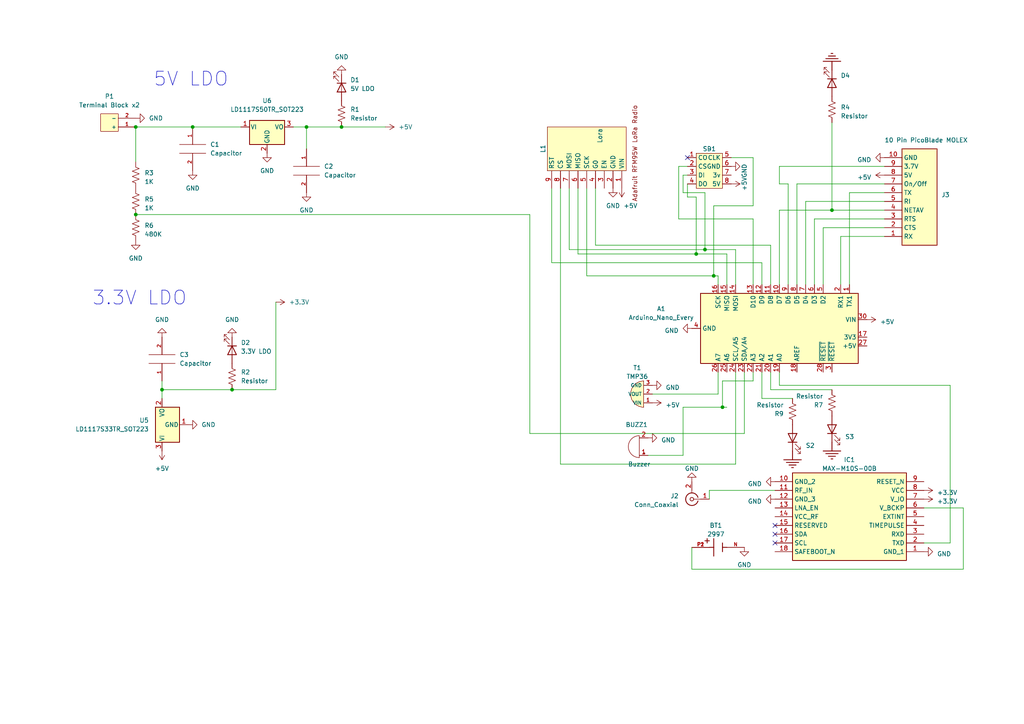
<source format=kicad_sch>
(kicad_sch (version 20230121) (generator eeschema)
  (paper "A4")
  (lib_symbols
    (symbol "+3.3V_1" (power) (pin_names (offset 0))
      (property "Value" "+3.3V_1" (at 0 3.556 0))
      (symbol "+3.3V_1_0_1"
        (polyline (pts (xy -0.762 1.27) (xy 0 2.54)))
        (polyline (pts (xy 0 0) (xy 0 2.54)))
        (polyline (pts (xy 0 2.54) (xy 0.762 1.27)))
      )
      (symbol "+3.3V_1_1_1"
        (pin power_in line (at 0 0 90) (length 0) hide (name "+3.3V") (number "1"))
      )
    )
    (symbol "+3.3V_2" (power) (pin_names (offset 0))
      (property "Value" "+3.3V_2" (at 0 3.556 0))
      (symbol "+3.3V_2_0_1"
        (polyline (pts (xy -0.762 1.27) (xy 0 2.54)))
        (polyline (pts (xy 0 0) (xy 0 2.54)))
        (polyline (pts (xy 0 2.54) (xy 0.762 1.27)))
      )
      (symbol "+3.3V_2_1_1"
        (pin power_in line (at 0 0 90) (length 0) hide (name "+3.3V") (number "1"))
      )
    )
    (symbol "+5V_1" (power) (pin_names (offset 0))
      (property "Value" "+5V_1" (at 0 3.556 0))
      (symbol "+5V_1_0_1"
        (polyline (pts (xy -0.762 1.27) (xy 0 2.54)))
        (polyline (pts (xy 0 0) (xy 0 2.54)))
        (polyline (pts (xy 0 2.54) (xy 0.762 1.27)))
      )
      (symbol "+5V_1_1_1"
        (pin power_in line (at 0 0 90) (length 0) hide (name "+5V") (number "1"))
      )
    )
    (symbol "+5V_2" (power) (pin_names (offset 0))
      (property "Value" "+5V_2" (at 0 3.556 0))
      (symbol "+5V_2_0_1"
        (polyline (pts (xy -0.762 1.27) (xy 0 2.54)))
        (polyline (pts (xy 0 0) (xy 0 2.54)))
        (polyline (pts (xy 0 2.54) (xy 0.762 1.27)))
      )
      (symbol "+5V_2_1_1"
        (pin power_in line (at 0 0 90) (length 0) hide (name "+5V") (number "1"))
      )
    )
    (symbol "+5V_3" (power) (pin_names (offset 0))
      (property "Value" "+5V_3" (at 0 3.556 0))
      (symbol "+5V_3_0_1"
        (polyline (pts (xy -0.762 1.27) (xy 0 2.54)))
        (polyline (pts (xy 0 0) (xy 0 2.54)))
        (polyline (pts (xy 0 2.54) (xy 0.762 1.27)))
      )
      (symbol "+5V_3_1_1"
        (pin power_in line (at 0 0 90) (length 0) hide (name "+5V") (number "1"))
      )
    )
    (symbol "+5V_4" (power) (pin_names (offset 0))
      (property "Value" "+5V_4" (at 0 3.556 0))
      (symbol "+5V_4_0_1"
        (polyline (pts (xy -0.762 1.27) (xy 0 2.54)))
        (polyline (pts (xy 0 0) (xy 0 2.54)))
        (polyline (pts (xy 0 2.54) (xy 0.762 1.27)))
      )
      (symbol "+5V_4_1_1"
        (pin power_in line (at 0 0 90) (length 0) hide (name "+5V") (number "1"))
      )
    )
    (symbol "+5V_5" (power) (pin_names (offset 0))
      (property "Value" "+5V_5" (at 0 3.556 0))
      (symbol "+5V_5_0_1"
        (polyline (pts (xy -0.762 1.27) (xy 0 2.54)))
        (polyline (pts (xy 0 0) (xy 0 2.54)))
        (polyline (pts (xy 0 2.54) (xy 0.762 1.27)))
      )
      (symbol "+5V_5_1_1"
        (pin power_in line (at 0 0 90) (length 0) hide (name "+5V") (number "1"))
      )
    )
    (symbol "53048-1010:53048-1010"
      (property "Reference" "J2" (at 9.525 3.81 90))
      (property "Value" "53048-1010" (at 12.065 3.81 90))
      (symbol "53048-1010_1_1"
        (rectangle (start 5.08 2.54) (end 15.24 -25.4) (stroke (width 0.254)) (fill (type background)))
        (pin output line (at 0 -22.86 0) (length 5.08) (name "RX") (number "1"))
        (pin passive line (at 0 0 0) (length 5.08) (name "GND") (number "10"))
        (pin passive line (at 0 -20.32 0) (length 5.08) (name "CTS") (number "2"))
        (pin passive line (at 0 -17.78 0) (length 5.08) (name "RTS") (number "3"))
        (pin passive line (at 0 -15.24 0) (length 5.08) (name "NETAV") (number "4"))
        (pin passive line (at 0 -12.7 0) (length 5.08) (name "RI") (number "5"))
        (pin passive line (at 0 -10.16 0) (length 5.08) (name "TX") (number "6"))
        (pin passive line (at 0 -7.62 0) (length 5.08) (name "On/Off") (number "7"))
        (pin input line (at 0 -5.08 0) (length 5.08) (name "5V") (number "8"))
        (pin passive line (at 0 -2.54 0) (length 5.08) (name "3.7V") (number "9"))
      )
    )
    (symbol "Balloon Tracker PCB-altium-import:GND" (power)
      (property "Reference" "#PWR" (at 0 0 0))
      (property "Value" "GND" (at 0 6.35 0))
      (symbol "GND_0_0"
        (polyline (pts (xy -2.54 -2.54) (xy 2.54 -2.54)) (stroke (width 0.254)))
        (polyline (pts (xy -1.778 -3.302) (xy 1.778 -3.302)) (stroke (width 0.254)))
        (polyline (pts (xy -1.016 -4.064) (xy 1.016 -4.064)) (stroke (width 0.254)))
        (polyline (pts (xy -0.254 -4.826) (xy 0.254 -4.826)) (stroke (width 0.254)))
        (polyline (pts (xy 0 0) (xy 0 -2.54)) (stroke (width 0.254)))
        (pin power_in line (at 0 0 0) (length 0) hide (name "GND") (number ""))
      )
    )
    (symbol "Connector:Conn_Coaxial" (pin_names (offset 1.016) hide)
      (property "Reference" "J" (at 0.254 3.048 0))
      (property "Value" "Conn_Coaxial" (at 2.921 0 90))
      (symbol "Conn_Coaxial_0_1"
        (arc (start -1.778 -0.508) (mid 0.2311 -1.8066) (end 1.778 0) (stroke (width 0.254)))
        (polyline (pts (xy -2.54 0) (xy -0.508 0)))
        (polyline (pts (xy 0 -2.54) (xy 0 -1.778)))
        (circle (center 0 0) (radius 0.508) (stroke (width 0.2032)))
        (arc (start 1.778 0) (mid 0.2099 1.8101) (end -1.778 0.508) (stroke (width 0.254)))
      )
      (symbol "Conn_Coaxial_1_1"
        (pin passive line (at -5.08 0 0) (length 2.54) (name "In") (number "1"))
        (pin passive line (at 0 -5.08 90) (length 2.54) (name "Ext") (number "2"))
      )
    )
    (symbol "Device:Buzzer" (pin_names (offset 0.0254) hide)
      (property "Reference" "BZ" (at 3.81 1.27 0))
      (property "Value" "Buzzer" (at 3.81 -1.27 0))
      (symbol "Buzzer_0_1"
        (arc (start 0 -3.175) (mid 3.1612 0) (end 0 3.175))
        (polyline (pts (xy -1.651 1.905) (xy -1.143 1.905)))
        (polyline (pts (xy -1.397 2.159) (xy -1.397 1.651)))
        (polyline (pts (xy 0 3.175) (xy 0 -3.175)))
      )
      (symbol "Buzzer_1_1"
        (pin passive line (at -2.54 2.54 0) (length 2.54) (name "-") (number "1"))
        (pin passive line (at -2.54 -2.54 0) (length 2.54) (name "+") (number "2"))
      )
    )
    (symbol "Device:LED" (pin_numbers hide) (pin_names (offset 1.016) hide)
      (property "Reference" "D" (at 0 2.54 0))
      (property "Value" "LED" (at 0 -2.54 0))
      (symbol "LED_0_1"
        (polyline (pts (xy -1.27 -1.27) (xy -1.27 1.27)) (stroke (width 0.254)))
        (polyline (pts (xy -1.27 0) (xy 1.27 0)))
        (polyline (pts (xy 1.27 -1.27) (xy 1.27 1.27) (xy -1.27 0) (xy 1.27 -1.27)) (stroke (width 0.254)))
        (polyline (pts (xy -3.048 -0.762) (xy -4.572 -2.286) (xy -3.81 -2.286) (xy -4.572 -2.286) (xy -4.572 -1.524)))
        (polyline (pts (xy -1.778 -0.762) (xy -3.302 -2.286) (xy -2.54 -2.286) (xy -3.302 -2.286) (xy -3.302 -1.524)))
      )
      (symbol "LED_1_1"
        (pin passive line (at -3.81 0 0) (length 2.54) (name "K") (number "1"))
        (pin passive line (at 3.81 0 180) (length 2.54) (name "A") (number "2"))
      )
    )
    (symbol "GND_1" (power) (pin_names (offset 0))
      (property "Value" "GND_1" (at 0 -3.81 0))
      (symbol "GND_1_0_1"
        (polyline (pts (xy 0 0) (xy 0 -1.27) (xy 1.27 -1.27) (xy 0 -2.54) (xy -1.27 -1.27) (xy 0 -1.27)))
      )
      (symbol "GND_1_1_1"
        (pin power_in line (at 0 0 270) (length 0) hide (name "GND") (number "1"))
      )
    )
    (symbol "GND_2" (power) (pin_names (offset 0))
      (property "Value" "GND_2" (at 0 -3.81 0))
      (symbol "GND_2_0_1"
        (polyline (pts (xy 0 0) (xy 0 -1.27) (xy 1.27 -1.27) (xy 0 -2.54) (xy -1.27 -1.27) (xy 0 -1.27)))
      )
      (symbol "GND_2_1_1"
        (pin power_in line (at 0 0 270) (length 0) hide (name "GND") (number "1"))
      )
    )
    (symbol "GND_3" (power) (pin_names (offset 0))
      (property "Value" "GND_3" (at 0 -3.81 0))
      (symbol "GND_3_0_1"
        (polyline (pts (xy 0 0) (xy 0 -1.27) (xy 1.27 -1.27) (xy 0 -2.54) (xy -1.27 -1.27) (xy 0 -1.27)))
      )
      (symbol "GND_3_1_1"
        (pin power_in line (at 0 0 270) (length 0) hide (name "GND") (number "1"))
      )
    )
    (symbol "GND_4" (power) (pin_names (offset 0))
      (property "Value" "GND_4" (at 0 -3.81 0))
      (symbol "GND_4_0_1"
        (polyline (pts (xy 0 0) (xy 0 -1.27) (xy 1.27 -1.27) (xy 0 -2.54) (xy -1.27 -1.27) (xy 0 -1.27)))
      )
      (symbol "GND_4_1_1"
        (pin power_in line (at 0 0 270) (length 0) hide (name "GND") (number "1"))
      )
    )
    (symbol "GND_5" (power) (pin_names (offset 0))
      (property "Value" "GND_5" (at 0 -3.81 0))
      (symbol "GND_5_0_1"
        (polyline (pts (xy 0 0) (xy 0 -1.27) (xy 1.27 -1.27) (xy 0 -2.54) (xy -1.27 -1.27) (xy 0 -1.27)))
      )
      (symbol "GND_5_1_1"
        (pin power_in line (at 0 0 270) (length 0) hide (name "GND") (number "1"))
      )
    )
    (symbol "GND_6" (power) (pin_names (offset 0))
      (property "Value" "GND_6" (at 0 -3.81 0))
      (symbol "GND_6_0_1"
        (polyline (pts (xy 0 0) (xy 0 -1.27) (xy 1.27 -1.27) (xy 0 -2.54) (xy -1.27 -1.27) (xy 0 -1.27)))
      )
      (symbol "GND_6_1_1"
        (pin power_in line (at 0 0 270) (length 0) hide (name "GND") (number "1"))
      )
    )
    (symbol "GND_7" (power) (pin_names (offset 0))
      (property "Value" "GND_7" (at 0 -3.81 0))
      (symbol "GND_7_0_1"
        (polyline (pts (xy 0 0) (xy 0 -1.27) (xy 1.27 -1.27) (xy 0 -2.54) (xy -1.27 -1.27) (xy 0 -1.27)))
      )
      (symbol "GND_7_1_1"
        (pin power_in line (at 0 0 270) (length 0) hide (name "GND") (number "1"))
      )
    )
    (symbol "GND_8" (power) (pin_names (offset 0))
      (property "Value" "GND_8" (at 0 -3.81 0))
      (symbol "GND_8_0_1"
        (polyline (pts (xy 0 0) (xy 0 -1.27) (xy 1.27 -1.27) (xy 0 -2.54) (xy -1.27 -1.27) (xy 0 -1.27)))
      )
      (symbol "GND_8_1_1"
        (pin power_in line (at 0 0 270) (length 0) hide (name "GND") (number "1"))
      )
    )
    (symbol "MCU_Module:Arduino_Nano_Every"
      (property "Reference" "A" (at -10.16 23.495 0))
      (property "Value" "Arduino_Nano_Every" (at 5.08 -24.13 0))
      (symbol "Arduino_Nano_Every_0_1"
        (rectangle (start -10.16 22.86) (end 10.16 -22.86) (stroke (width 0.254)) (fill (type background)))
      )
      (symbol "Arduino_Nano_Every_1_1"
        (pin bidirectional line (at -12.7 20.32 0) (length 2.54) (name "TX1") (number "1"))
        (pin bidirectional line (at -12.7 0 0) (length 2.54) (name "D7") (number "10"))
        (pin bidirectional line (at -12.7 -2.54 0) (length 2.54) (name "D8") (number "11"))
        (pin bidirectional line (at -12.7 -5.08 0) (length 2.54) (name "D9") (number "12"))
        (pin bidirectional line (at -12.7 -7.62 0) (length 2.54) (name "D10") (number "13"))
        (pin bidirectional line (at -12.7 -12.7 0) (length 2.54) (name "MOSI") (number "14"))
        (pin bidirectional line (at -12.7 -15.24 0) (length 2.54) (name "MISO") (number "15"))
        (pin bidirectional line (at -12.7 -17.78 0) (length 2.54) (name "SCK") (number "16"))
        (pin power_out line (at 2.54 25.4 270) (length 2.54) (name "3V3") (number "17"))
        (pin input line (at 12.7 5.08 180) (length 2.54) (name "AREF") (number "18"))
        (pin bidirectional line (at 12.7 0 180) (length 2.54) (name "A0") (number "19"))
        (pin bidirectional line (at -12.7 17.78 0) (length 2.54) (name "RX1") (number "2"))
        (pin bidirectional line (at 12.7 -2.54 180) (length 2.54) (name "A1") (number "20"))
        (pin bidirectional line (at 12.7 -5.08 180) (length 2.54) (name "A2") (number "21"))
        (pin bidirectional line (at 12.7 -7.62 180) (length 2.54) (name "A3") (number "22"))
        (pin bidirectional line (at 12.7 -10.16 180) (length 2.54) (name "SDA/A4") (number "23"))
        (pin bidirectional line (at 12.7 -12.7 180) (length 2.54) (name "SCL/A5") (number "24"))
        (pin bidirectional line (at 12.7 -15.24 180) (length 2.54) (name "A6") (number "25"))
        (pin bidirectional line (at 12.7 -17.78 180) (length 2.54) (name "A7") (number "26"))
        (pin power_out line (at 5.08 25.4 270) (length 2.54) (name "+5V") (number "27"))
        (pin input line (at 12.7 12.7 180) (length 2.54) (name "~{RESET}") (number "28"))
        (pin passive line (at 0 -25.4 90) (length 2.54) hide (name "GND") (number "29"))
        (pin input line (at 12.7 15.24 180) (length 2.54) (name "~{RESET}") (number "3"))
        (pin power_in line (at -2.54 25.4 270) (length 2.54) (name "VIN") (number "30"))
        (pin power_in line (at 0 -25.4 90) (length 2.54) (name "GND") (number "4"))
        (pin bidirectional line (at -12.7 12.7 0) (length 2.54) (name "D2") (number "5"))
        (pin bidirectional line (at -12.7 10.16 0) (length 2.54) (name "D3") (number "6"))
        (pin bidirectional line (at -12.7 7.62 0) (length 2.54) (name "D4") (number "7"))
        (pin bidirectional line (at -12.7 5.08 0) (length 2.54) (name "D5") (number "8"))
        (pin bidirectional line (at -12.7 2.54 0) (length 2.54) (name "D6") (number "9"))
      )
    )
    (symbol "Regulator_Linear:LD1117S33TR_SOT223" (pin_names (offset 0.254))
      (property "Reference" "U" (at -3.81 3.175 0))
      (property "Value" "LD1117S33TR_SOT223" (at 0 3.175 0))
      (symbol "LD1117S33TR_SOT223_0_1"
        (rectangle (start -5.08 -5.08) (end 5.08 1.905) (stroke (width 0.254)) (fill (type background)))
      )
      (symbol "LD1117S33TR_SOT223_1_1"
        (pin power_in line (at 0 -7.62 90) (length 2.54) (name "GND") (number "1"))
        (pin power_out line (at 7.62 0 180) (length 2.54) (name "VO") (number "2"))
        (pin power_in line (at -7.62 0 0) (length 2.54) (name "VI") (number "3"))
      )
    )
    (symbol "Regulator_Linear:LD1117S50TR_SOT223" (pin_names (offset 0.254))
      (property "Reference" "U6" (at 0 7.62 0))
      (property "Value" "LD1117S50TR_SOT223" (at 0 5.08 0))
      (symbol "LD1117S50TR_SOT223_0_1"
        (rectangle (start -5.08 -5.08) (end 5.08 1.905) (stroke (width 0.254)) (fill (type background)))
      )
      (symbol "LD1117S50TR_SOT223_1_1"
        (pin power_in line (at -7.62 0 0) (length 2.54) (name "VI") (number "1"))
        (pin power_in line (at 0 -7.62 90) (length 2.54) (name "GND") (number "2"))
        (pin power_out line (at 7.62 0 180) (length 2.54) (name "VO") (number "3"))
      )
    )
    (symbol "Trackuino:2997" (pin_names (offset 1.016))
      (property "Reference" "BT" (at -6.35 3.81 0))
      (property "Value" "2997" (at -3.81 -5.08 0))
      (symbol "2997_0_0"
        (polyline (pts (xy -3.81 1.905) (xy -2.54 1.905)) (stroke (width 0.254)))
        (polyline (pts (xy -3.175 2.54) (xy -3.175 1.27)) (stroke (width 0.254)))
        (polyline (pts (xy -1.27 0) (xy -2.54 0)) (stroke (width 0.254)))
        (polyline (pts (xy -1.27 0) (xy -1.27 -2.54)) (stroke (width 0.254)))
        (polyline (pts (xy -1.27 2.54) (xy -1.27 0)) (stroke (width 0.254)))
        (polyline (pts (xy 1.27 0) (xy 1.27 -1.27)) (stroke (width 0.254)))
        (polyline (pts (xy 1.27 0) (xy 2.54 0)) (stroke (width 0.254)))
        (polyline (pts (xy 1.27 1.27) (xy 1.27 0)) (stroke (width 0.254)))
        (pin passive line (at 7.62 0 180) (length 5.08) (name "~") (number "N"))
        (pin passive line (at -7.62 0 0) (length 5.08) (name "~") (number "P1"))
        (pin passive line (at -7.62 0 0) (length 5.08) (name "~") (number "P2"))
      )
    )
    (symbol "Trackuino:Capacitor" (pin_names (offset 0.254))
      (property "Reference" "C?" (at 5.08 1.2701 0))
      (property "Value" "Capacitor" (at 5.08 -1.2699 0))
      (symbol "Capacitor_0_1"
        (polyline (pts (xy -3.81 -1.27) (xy 3.81 -1.27)))
        (polyline (pts (xy -3.81 1.27) (xy 3.81 1.27)))
      )
      (symbol "Capacitor_1_1"
        (pin power_in line (at 0 6.35 270) (length 5.08) (name "~") (number "1"))
        (pin power_out line (at 0 -6.35 90) (length 5.08) (name "~") (number "2"))
      )
    )
    (symbol "Trackuino:LED" (pin_numbers hide) (pin_names (offset 1.016) hide)
      (property "Reference" "D?" (at -1.5875 6.35 0))
      (property "Value" "LED" (at -1.5875 3.81 0))
      (symbol "LED_0_1"
        (polyline (pts (xy -1.27 -1.27) (xy -1.27 1.27)) (stroke (width 0.254)))
        (polyline (pts (xy -1.27 0) (xy 1.27 0)))
        (polyline (pts (xy 1.27 -1.27) (xy 1.27 1.27) (xy -1.27 0) (xy 1.27 -1.27)) (stroke (width 0.254)))
        (polyline (pts (xy -3.048 -0.762) (xy -4.572 -2.286) (xy -3.81 -2.286) (xy -4.572 -2.286) (xy -4.572 -1.524)))
        (polyline (pts (xy -1.778 -0.762) (xy -3.302 -2.286) (xy -2.54 -2.286) (xy -3.302 -2.286) (xy -3.302 -1.524)))
      )
      (symbol "LED_1_1"
        (pin passive line (at -3.81 0 0) (length 2.54) (name "K") (number "1"))
        (pin passive line (at 3.81 0 180) (length 2.54) (name "A") (number "2"))
      )
    )
    (symbol "Trackuino:LoRa"
      (property "Reference" "L1" (at -2.54 -17.78 0))
      (property "Value" "Lora" (at -5.08 -1.27 0))
      (symbol "LoRa_1_1"
        (rectangle (start -7.62 6.35) (end 5.08 -16.51) (fill (type background)))
        (text "Adafruit RFM95W LoRa Radio" (at 0 8.89 0) (effects (font (size 1.27 1.27))))
        (pin power_in line (at 10.16 5.08 180) (length 5.08) (name "VIN") (number "1"))
        (pin passive line (at 10.16 2.54 180) (length 5.08) (name "GND") (number "2"))
        (pin input line (at 10.16 0 180) (length 5.08) (name "EN") (number "3"))
        (pin passive line (at 10.16 -2.54 180) (length 5.08) (name "G0") (number "4"))
        (pin input line (at 10.16 -5.08 180) (length 5.08) (name "SCK") (number "5"))
        (pin input line (at 10.16 -7.62 180) (length 5.08) (name "MISO") (number "6"))
        (pin input line (at 10.16 -10.16 180) (length 5.08) (name "MOSI") (number "7"))
        (pin input line (at 10.16 -12.7 180) (length 5.08) (name "CS") (number "8"))
        (pin input line (at 10.16 -15.24 180) (length 5.08) (name "RST") (number "9"))
      )
    )
    (symbol "Trackuino:MAX-M10S-00B"
      (property "Reference" "IC" (at 39.37 7.62 0))
      (property "Value" "MAX-M10S-00B" (at 39.37 5.08 0))
      (symbol "MAX-M10S-00B_1_1"
        (rectangle (start 5.08 2.54) (end 38.1 -22.86) (stroke (width 0.254)) (fill (type background)))
        (pin passive line (at 43.18 -20.32 180) (length 5.08) (name "GND_1") (number "1"))
        (pin passive line (at 0 0 0) (length 5.08) (name "GND_2") (number "10"))
        (pin passive line (at 0 -2.54 0) (length 5.08) (name "RF_IN") (number "11"))
        (pin passive line (at 0 -5.08 0) (length 5.08) (name "GND_3") (number "12"))
        (pin passive line (at 0 -7.62 0) (length 5.08) (name "LNA_EN") (number "13"))
        (pin passive line (at 0 -10.16 0) (length 5.08) (name "VCC_RF") (number "14"))
        (pin passive line (at 0 -12.7 0) (length 5.08) (name "RESERVED") (number "15"))
        (pin passive line (at 0 -15.24 0) (length 5.08) (name "SDA") (number "16"))
        (pin passive line (at 0 -17.78 0) (length 5.08) (name "SCL") (number "17"))
        (pin passive line (at 0 -20.32 0) (length 5.08) (name "SAFEBOOT_N") (number "18"))
        (pin passive line (at 43.18 -17.78 180) (length 5.08) (name "TXD") (number "2"))
        (pin passive line (at 43.18 -15.24 180) (length 5.08) (name "RXD") (number "3"))
        (pin passive line (at 43.18 -12.7 180) (length 5.08) (name "TIMEPULSE") (number "4"))
        (pin passive line (at 43.18 -10.16 180) (length 5.08) (name "EXTINT") (number "5"))
        (pin passive line (at 43.18 -7.62 180) (length 5.08) (name "V_BCKP") (number "6"))
        (pin passive line (at 43.18 -5.08 180) (length 5.08) (name "V_IO") (number "7"))
        (pin passive line (at 43.18 -2.54 180) (length 5.08) (name "VCC") (number "8"))
        (pin passive line (at 43.18 0 180) (length 5.08) (name "RESET_N") (number "9"))
      )
    )
    (symbol "Trackuino:MicroSD_Breakout_Board+"
      (property "Reference" "SD" (at 0 0 0))
      (symbol "MicroSD_Breakout_Board+_1_1"
        (rectangle (start -3.81 -1.27) (end 3.81 -11.43) (fill (type background)))
        (pin input line (at -6.35 -2.54 0) (length 2.54) (name "CO") (number "1"))
        (pin input line (at -6.35 -5.08 0) (length 2.54) (name "CS") (number "2"))
        (pin input line (at -6.35 -7.62 0) (length 2.54) (name "DI") (number "3"))
        (pin input line (at -6.35 -10.16 0) (length 2.54) (name "DO") (number "4"))
        (pin input line (at 6.35 -2.54 180) (length 2.54) (name "CLK") (number "5"))
        (pin input line (at 6.35 -5.08 180) (length 2.54) (name "GND") (number "6"))
        (pin input line (at 6.35 -7.62 180) (length 2.54) (name "3v") (number "7"))
        (pin input line (at 6.35 -10.16 180) (length 2.54) (name "5V") (number "8"))
      )
    )
    (symbol "Trackuino:Resistor" (pin_numbers hide) (pin_names (offset 0))
      (property "Reference" "R?" (at 2.54 1.2701 0))
      (property "Value" "Resistor" (at 2.54 -1.2699 0))
      (symbol "Resistor_0_1"
        (polyline (pts (xy 0 -2.286) (xy 0 -2.54)))
        (polyline (pts (xy 0 2.286) (xy 0 2.54)))
        (polyline (pts (xy 0 -0.762) (xy 1.016 -1.143) (xy 0 -1.524) (xy -1.016 -1.905) (xy 0 -2.286)))
        (polyline (pts (xy 0 0.762) (xy 1.016 0.381) (xy 0 0) (xy -1.016 -0.381) (xy 0 -0.762)))
        (polyline (pts (xy 0 2.286) (xy 1.016 1.905) (xy 0 1.524) (xy -1.016 1.143) (xy 0 0.762)))
      )
      (symbol "Resistor_1_1"
        (pin passive line (at 0 3.81 270) (length 1.27) (name "~") (number "1"))
        (pin passive line (at 0 -3.81 90) (length 1.27) (name "~") (number "2"))
      )
    )
    (symbol "Trackuino:TMP36"
      (property "Reference" "U" (at 0 0 0))
      (property "Value" "TMP36" (at 0 2.54 0))
      (symbol "TMP36_0_1"
        (rectangle (start 3.81 -6.35) (end -3.81 -6.35))
        (arc (start 3.81 -6.35) (mid 0 -2.5787) (end -3.81 -6.35) (fill (type background)))
      )
      (symbol "TMP36_1_1"
        (pin power_in line (at -2.54 -8.89 90) (length 2.54) (name "VIN") (number "1"))
        (pin power_out line (at 0 -8.89 90) (length 2.54) (name "VOUT") (number "2"))
        (pin power_in line (at 2.54 -8.89 90) (length 2.54) (name "GND") (number "3"))
      )
    )
    (symbol "Trackuino:Terminal Block x2"
      (property "Reference" "P" (at 0 0 0))
      (property "Value" "Terminal Block x2" (at 0 2.54 0))
      (symbol "Terminal Block x2_0_1"
        (rectangle (start -2.54 -1.27) (end 2.54 -6.35) (fill (type background)))
      )
      (symbol "Terminal Block x2_1_1"
        (pin power_in line (at -1.27 -11.43 90) (length 5.08) (name "+") (number "1"))
        (pin power_in line (at 1.27 -11.43 90) (length 5.08) (name "-") (number "2"))
      )
    )
    (symbol "power:+3.3V" (power) (pin_names (offset 0))
      (property "Value" "+3.3V" (at 0 3.556 0))
      (symbol "+3.3V_0_1"
        (polyline (pts (xy -0.762 1.27) (xy 0 2.54)))
        (polyline (pts (xy 0 0) (xy 0 2.54)))
        (polyline (pts (xy 0 2.54) (xy 0.762 1.27)))
      )
      (symbol "+3.3V_1_1"
        (pin power_in line (at 0 0 90) (length 0) hide (name "+3.3V") (number "1"))
      )
    )
    (symbol "power:+5V" (power) (pin_names (offset 0))
      (property "Value" "+5V" (at 0 3.556 0))
      (symbol "+5V_0_1"
        (polyline (pts (xy -0.762 1.27) (xy 0 2.54)))
        (polyline (pts (xy 0 0) (xy 0 2.54)))
        (polyline (pts (xy 0 2.54) (xy 0.762 1.27)))
      )
      (symbol "+5V_1_1"
        (pin power_in line (at 0 0 90) (length 0) hide (name "+5V") (number "1"))
      )
    )
    (symbol "power:GND" (power) (pin_names (offset 0))
      (property "Value" "GND" (at 0 -3.81 0))
      (symbol "GND_0_1"
        (polyline (pts (xy 0 0) (xy 0 -1.27) (xy 1.27 -1.27) (xy 0 -2.54) (xy -1.27 -1.27) (xy 0 -1.27)))
      )
      (symbol "GND_1_1"
        (pin power_in line (at 0 0 270) (length 0) hide (name "GND") (number "1"))
      )
    )
  )
  (junction (at 209.55 118.11))
  (junction (at 67.31 113.03))
  (junction (at 204.47 72.39))
  (junction (at 207.01 80.01))
  (junction (at 99.06 36.83))
  (junction (at 241.3 60.96))
  (junction (at 201.93 73.66))
  (junction (at 46.99 113.03))
  (junction (at 39.37 62.23))
  (junction (at 88.9 36.83))
  (junction (at 39.37 36.83))
  (junction (at 55.88 36.83))
  (no_connect (at 224.79 157.48))
  (no_connect (at 224.79 152.4))
  (no_connect (at 199.39 45.72))
  (no_connect (at 224.79 154.94))
  (wire (pts (xy 200.66 158.75) (xy 200.66 165.1)))
  (wire (pts (xy 246.38 55.88) (xy 246.38 82.55)))
  (wire (pts (xy 39.37 62.23) (xy 153.67 62.23)))
  (wire (pts (xy 88.9 36.83) (xy 85.09 36.83)))
  (wire (pts (xy 208.28 80.01) (xy 208.28 82.55)))
  (wire (pts (xy 226.06 111.76) (xy 226.06 107.95)))
  (wire (pts (xy 275.59 111.76) (xy 226.06 111.76)))
  (wire (pts (xy 210.82 73.66) (xy 201.93 73.66)))
  (wire (pts (xy 167.64 73.66) (xy 201.93 73.66)))
  (wire (pts (xy 172.72 71.12) (xy 223.52 71.12)))
  (wire (pts (xy 210.82 82.55) (xy 210.82 73.66)))
  (wire (pts (xy 160.02 54.61) (xy 160.02 76.2)))
  (wire (pts (xy 204.47 55.88) (xy 204.47 72.39)))
  (wire (pts (xy 46.99 113.03) (xy 67.31 113.03)))
  (wire (pts (xy 231.14 53.34) (xy 231.14 82.55)))
  (wire (pts (xy 46.99 113.03) (xy 46.99 115.57)))
  (wire (pts (xy 226.06 82.55) (xy 226.06 60.96)))
  (wire (pts (xy 200.66 165.1) (xy 279.4 165.1)))
  (wire (pts (xy 205.74 142.24) (xy 224.79 142.24)))
  (wire (pts (xy 279.4 165.1) (xy 279.4 147.32)))
  (wire (pts (xy 153.67 125.73) (xy 215.9 125.73)))
  (wire (pts (xy 209.55 118.11) (xy 210.82 118.11)))
  (wire (pts (xy 198.12 118.11) (xy 198.12 132.08)))
  (wire (pts (xy 241.3 60.96) (xy 241.3 35.56)))
  (wire (pts (xy 39.37 36.83) (xy 55.88 36.83)))
  (wire (pts (xy 99.06 36.83) (xy 111.76 36.83)))
  (wire (pts (xy 199.39 57.15) (xy 199.39 53.34)))
  (wire (pts (xy 208.28 107.95) (xy 208.28 114.3)))
  (wire (pts (xy 88.9 36.83) (xy 88.9 43.18)))
  (wire (pts (xy 243.84 68.58) (xy 243.84 82.55)))
  (wire (pts (xy 256.54 60.96) (xy 241.3 60.96)))
  (wire (pts (xy 204.47 72.39) (xy 213.36 72.39)))
  (wire (pts (xy 213.36 134.62) (xy 213.36 107.95)))
  (wire (pts (xy 46.99 110.49) (xy 46.99 113.03)))
  (wire (pts (xy 218.44 59.69) (xy 218.44 45.72)))
  (wire (pts (xy 170.18 54.61) (xy 170.18 80.01)))
  (wire (pts (xy 246.38 55.88) (xy 256.54 55.88)))
  (wire (pts (xy 275.59 157.48) (xy 275.59 111.76)))
  (wire (pts (xy 170.18 80.01) (xy 207.01 80.01)))
  (wire (pts (xy 215.9 125.73) (xy 215.9 107.95)))
  (wire (pts (xy 220.98 115.57) (xy 220.98 107.95)))
  (wire (pts (xy 218.44 107.95) (xy 218.44 110.49)))
  (wire (pts (xy 236.22 63.5) (xy 236.22 82.55)))
  (wire (pts (xy 204.47 55.88) (xy 198.12 55.88)))
  (wire (pts (xy 55.88 36.83) (xy 69.85 36.83)))
  (wire (pts (xy 167.64 54.61) (xy 167.64 73.66)))
  (wire (pts (xy 226.06 60.96) (xy 241.3 60.96)))
  (wire (pts (xy 226.06 48.26) (xy 256.54 48.26)))
  (wire (pts (xy 196.85 48.26) (xy 199.39 48.26)))
  (wire (pts (xy 228.6 53.34) (xy 228.6 82.55)))
  (wire (pts (xy 198.12 55.88) (xy 198.12 50.8)))
  (wire (pts (xy 238.76 66.04) (xy 238.76 82.55)))
  (wire (pts (xy 198.12 50.8) (xy 199.39 50.8)))
  (wire (pts (xy 67.31 113.03) (xy 80.01 113.03)))
  (wire (pts (xy 88.9 36.83) (xy 99.06 36.83)))
  (wire (pts (xy 196.85 63.5) (xy 196.85 48.26)))
  (wire (pts (xy 172.72 54.61) (xy 172.72 71.12)))
  (wire (pts (xy 165.1 72.39) (xy 204.47 72.39)))
  (wire (pts (xy 233.68 58.42) (xy 233.68 82.55)))
  (wire (pts (xy 196.85 63.5) (xy 218.44 63.5)))
  (wire (pts (xy 162.56 54.61) (xy 162.56 134.62)))
  (wire (pts (xy 80.01 113.03) (xy 80.01 87.63)))
  (wire (pts (xy 213.36 82.55) (xy 213.36 72.39)))
  (wire (pts (xy 256.54 66.04) (xy 238.76 66.04)))
  (wire (pts (xy 160.02 76.2) (xy 220.98 76.2)))
  (wire (pts (xy 256.54 53.34) (xy 231.14 53.34)))
  (wire (pts (xy 207.01 59.69) (xy 218.44 59.69)))
  (wire (pts (xy 229.87 115.57) (xy 220.98 115.57)))
  (wire (pts (xy 256.54 58.42) (xy 233.68 58.42)))
  (wire (pts (xy 198.12 132.08) (xy 187.96 132.08)))
  (wire (pts (xy 165.1 54.61) (xy 165.1 72.39)))
  (wire (pts (xy 223.52 113.03) (xy 241.3 113.03)))
  (wire (pts (xy 226.06 53.34) (xy 228.6 53.34)))
  (wire (pts (xy 226.06 48.26) (xy 226.06 53.34)))
  (wire (pts (xy 207.01 59.69) (xy 207.01 80.01)))
  (wire (pts (xy 153.67 62.23) (xy 153.67 125.73)))
  (wire (pts (xy 201.93 57.15) (xy 199.39 57.15)))
  (wire (pts (xy 198.12 118.11) (xy 209.55 118.11)))
  (wire (pts (xy 207.01 80.01) (xy 208.28 80.01)))
  (wire (pts (xy 223.52 71.12) (xy 223.52 82.55)))
  (wire (pts (xy 267.97 157.48) (xy 275.59 157.48)))
  (wire (pts (xy 201.93 57.15) (xy 201.93 73.66)))
  (wire (pts (xy 223.52 107.95) (xy 223.52 113.03)))
  (wire (pts (xy 218.44 45.72) (xy 212.09 45.72)))
  (wire (pts (xy 209.55 110.49) (xy 209.55 118.11)))
  (wire (pts (xy 256.54 63.5) (xy 236.22 63.5)))
  (wire (pts (xy 39.37 36.83) (xy 39.37 46.99)))
  (wire (pts (xy 189.23 114.3) (xy 208.28 114.3)))
  (wire (pts (xy 162.56 134.62) (xy 213.36 134.62)))
  (wire (pts (xy 205.74 144.78) (xy 205.74 142.24)))
  (wire (pts (xy 218.44 110.49) (xy 209.55 110.49)))
  (wire (pts (xy 218.44 63.5) (xy 218.44 82.55)))
  (wire (pts (xy 279.4 147.32) (xy 267.97 147.32)))
  (wire (pts (xy 243.84 68.58) (xy 256.54 68.58)))
  (wire (pts (xy 220.98 76.2) (xy 220.98 82.55)))
  (text "3.3V LDO" (at 26.67 88.9 0) (effects (font (size 4 4)) (justify left bottom)))
  (text "5V LDO" (at 44.45 25.4 0) (effects (font (size 4 4)) (justify left bottom)))
  (symbol (lib_name "GND_8") (lib_id "power:GND") (at 215.9 158.75 0) (unit 1)
    (property "Reference" "#PWR02" (effects hide))
    (property "Value" "GND" (at 215.9 163.83 0))
  )
  (symbol (lib_id "power:+5V") (at 111.76 36.83 270) (unit 1)
    (property "Reference" "#PWR0107" (effects hide))
    (property "Value" "+5V" (at 115.57 36.8299 90) (effects (justify left)))
  )
  (symbol (lib_id "Trackuino:Resistor") (at 241.3 31.75 0) (unit 1)
    (property "Reference" "R4" (at 243.84 31.115 0) (effects (justify left)))
    (property "Value" "Resistor" (at 243.84 33.655 0) (effects (justify left)))
    (property "Footprint" "Resistor_SMD:R_1206_3216Metric" (effects hide))
  )
  (symbol (lib_id "Trackuino:MicroSD_Breakout_Board+") (at 205.74 43.18 0) (unit 1)
    (property "Reference" "SD1" (at 205.74 43.18 0))
    (property "Value" "~" (at 205.74 43.18 0))
    (property "Footprint" "Tracker Custom Library:Adafruit 5V SD Breakout Brd+" (effects hide))
  )
  (symbol (lib_id "Trackuino:MAX-M10S-00B") (at 224.79 139.7 0) (unit 1)
    (property "Reference" "IC1" (at 246.38 133.35 0))
    (property "Value" "MAX-M10S-00B" (at 246.38 135.89 0))
    (property "Footprint" "Tracker Custom Library:MAXM10S00B" (effects hide))
    (property "Datasheet" "https://content.u-blox.com/sites/default/files/MAX-M10S_IntegrationManual_UBX-20053088.pdf" (effects hide))
    (property "Height" "2.7" (effects hide))
    (property "Mouser Part Number" "377-MAX-M10S-00B" (effects hide))
    (property "Mouser Price/Stock" "https://www.mouser.co.uk/ProductDetail/u-blox/MAX-M10S-00B?qs=A6eO%252BMLsxmT0PfQYPb7LLQ%3D%3D" (effects hide))
    (property "Manufacturer_Name" "U-Blox" (effects hide))
    (property "Manufacturer_Part_Number" "MAX-M10S-00B" (effects hide))
  )
  (symbol (lib_name "GND_5") (lib_id "power:GND") (at 267.97 160.02 90) (unit 1)
    (property "Reference" "#PWR012" (effects hide))
    (property "Value" "GND" (at 271.78 160.655 90) (effects (justify right)))
  )
  (symbol (lib_id "Trackuino:Resistor") (at 241.3 116.84 180) (unit 1)
    (property "Reference" "R7" (at 238.76 117.475 0) (effects (justify left)))
    (property "Value" "Resistor" (at 238.76 114.935 0) (effects (justify left)))
    (property "Footprint" "Resistor_SMD:R_1206_3216Metric" (effects hide))
  )
  (symbol (lib_name "GND_4") (lib_id "power:GND") (at 224.79 139.7 270) (unit 1)
    (property "Reference" "#PWR01" (effects hide))
    (property "Value" "GND" (at 220.98 140.335 90) (effects (justify right)))
  )
  (symbol (lib_name "GND_1") (lib_id "power:GND") (at 189.23 111.76 90) (unit 1)
    (property "Reference" "#PWR037" (effects hide))
    (property "Value" "GND" (at 193.04 112.395 90) (effects (justify right)))
  )
  (symbol (lib_name "+3.3V_2") (lib_id "power:+3.3V") (at 267.97 144.78 270) (unit 1)
    (property "Reference" "#PWR014" (effects hide))
    (property "Value" "+3.3V" (at 271.78 145.415 90) (effects (justify left)))
  )
  (symbol (lib_id "Trackuino:Resistor") (at 99.06 33.02 0) (unit 1)
    (property "Reference" "R1" (at 101.6 31.7499 0) (effects (justify left)))
    (property "Value" "Resistor" (at 101.6 34.2899 0) (effects (justify left)))
    (property "Footprint" "Resistor_SMD:R_1206_3216Metric" (effects hide))
  )
  (symbol (lib_name "GND_8") (lib_id "power:GND") (at 39.37 69.85 0) (unit 1)
    (property "Reference" "#PWR03" (effects hide))
    (property "Value" "GND" (at 39.37 74.93 0))
  )
  (symbol (lib_id "Balloon Tracker PCB-altium-import:GND") (at 241.3 20.32 180) (unit 1)
    (property "Reference" "#PWR024" (effects hide))
    (property "Value" "GND" (effects hide))
  )
  (symbol (lib_id "Trackuino:Resistor") (at 39.37 58.42 0) (unit 1)
    (property "Reference" "R5" (at 41.91 57.785 0) (effects (justify left)))
    (property "Value" "1K" (at 41.91 60.325 0) (effects (justify left)))
    (property "Footprint" "Resistor_SMD:R_1206_3216Metric" (effects hide))
  )
  (symbol (lib_id "power:GND") (at 200.66 95.25 270) (unit 1)
    (property "Reference" "#PWR0113" (effects hide))
    (property "Value" "GND" (at 196.85 95.885 90) (effects (justify right)))
  )
  (symbol (lib_id "power:GND") (at 39.37 34.29 90) (unit 1)
    (property "Reference" "#PWR0108" (effects hide))
    (property "Value" "GND" (at 43.18 34.2899 90) (effects (justify right)))
  )
  (symbol (lib_id "power:GND") (at 99.06 21.59 180) (unit 1)
    (property "Reference" "#PWR0106" (effects hide))
    (property "Value" "GND" (at 99.06 16.51 0))
  )
  (symbol (lib_id "MCU_Module:Arduino_Nano_Every") (at 226.06 95.25 270) (unit 1)
    (property "Reference" "A1" (at 191.77 89.5603 90))
    (property "Value" "Arduino_Nano_Every" (at 191.77 92.1003 90))
    (property "Footprint" "Module:Arduino_Nano" (effects hide))
    (property "Datasheet" "https://content.arduino.cc/assets/NANOEveryV3.0_sch.pdf" (effects hide))
  )
  (symbol (lib_id "power:GND") (at 88.9 55.88 0) (unit 1)
    (property "Reference" "#PWR0105" (effects hide))
    (property "Value" "GND" (at 88.9 60.96 0))
  )
  (symbol (lib_id "power:GND") (at 54.61 123.19 90) (unit 1)
    (property "Reference" "#PWR0112" (effects hide))
    (property "Value" "GND" (at 58.42 123.1899 90) (effects (justify right)))
  )
  (symbol (lib_id "Device:LED") (at 229.87 127 90) (unit 1)
    (property "Reference" "S2" (at 233.68 129.2225 90) (effects (justify right)))
    (property "Value" "NETAV" (effects hide))
    (property "Footprint" "LED_SMD:LED_1206_3216Metric" (effects hide))
  )
  (symbol (lib_id "Device:Buzzer") (at 185.42 129.54 180) (unit 1)
    (property "Reference" "BUZZ1" (at 184.6649 123.19 0))
    (property "Value" "Buzzer" (at 185.42 134.62 0))
    (property "Footprint" "Tracker Custom Library:XDCR_AI-1224-TWT-5V-R" (effects hide))
  )
  (symbol (lib_id "power:GND") (at 67.31 97.79 180) (unit 1)
    (property "Reference" "#PWR0109" (effects hide))
    (property "Value" "GND" (at 67.31 92.71 0))
  )
  (symbol (lib_id "Trackuino:Resistor") (at 67.31 109.22 0) (unit 1)
    (property "Reference" "R2" (at 69.85 107.9499 0) (effects (justify left)))
    (property "Value" "Resistor" (at 69.85 110.4899 0) (effects (justify left)))
    (property "Footprint" "Resistor_SMD:R_1206_3216Metric" (effects hide))
  )
  (symbol (lib_name "+5V_5") (lib_id "power:+5V") (at 256.54 50.8 90) (unit 1)
    (property "Reference" "#PWR052" (effects hide))
    (property "Value" "+5V" (at 252.73 51.435 90) (effects (justify left)))
  )
  (symbol (lib_id "Device:LED") (at 241.3 24.13 270) (unit 1)
    (property "Reference" "D4" (at 243.84 21.9075 90) (effects (justify left)))
    (property "Value" "NETAV" (effects hide))
    (property "Footprint" "LED_SMD:LED_1206_3216Metric" (effects hide))
  )
  (symbol (lib_name "GND_7") (lib_id "power:GND") (at 200.66 139.7 180) (unit 1)
    (property "Reference" "#PWR016" (effects hide))
    (property "Value" "GND" (at 200.66 135.89 0))
  )
  (symbol (lib_id "Balloon Tracker PCB-altium-import:GND") (at 241.3 128.27 0) (unit 1)
    (property "Reference" "#PWR06" (effects hide))
    (property "Value" "GND" (effects hide))
  )
  (symbol (lib_id "Trackuino:LoRa") (at 175.26 44.45 270) (unit 1)
    (property "Reference" "L1" (at 157.48 41.91 0) (effects (justify left)))
    (property "Value" "Lora" (at 173.99 39.37 0))
    (property "Footprint" "Tracker Custom Library:Adafruit LoRa Breakout" (effects hide))
  )
  (symbol (lib_id "Trackuino:LED") (at 67.31 101.6 270) (unit 1)
    (property "Reference" "D2" (at 69.85 99.3775 90) (effects (justify left)))
    (property "Value" "3.3V LDO" (at 69.85 101.9175 90) (effects (justify left)))
    (property "Footprint" "LED_SMD:LED_1206_3216Metric" (effects hide))
  )
  (symbol (lib_name "+5V_2") (lib_id "power:+5V") (at 212.09 53.34 270) (unit 1)
    (property "Reference" "#PWR036" (effects hide))
    (property "Value" "+5V" (at 215.9 53.34 0))
  )
  (symbol (lib_id "Trackuino:LED") (at 99.06 25.4 270) (unit 1)
    (property "Reference" "D1" (at 101.6 23.1775 90) (effects (justify left)))
    (property "Value" "5V LDO" (at 101.6 25.7175 90) (effects (justify left)))
    (property "Footprint" "LED_SMD:LED_1206_3216Metric" (effects hide))
  )
  (symbol (lib_id "power:GND") (at 212.09 48.26 90) (unit 1)
    (property "Reference" "#PWR0111" (effects hide))
    (property "Value" "GND" (at 215.9 49.53 0))
  )
  (symbol (lib_id "Trackuino:Capacitor") (at 55.88 43.18 0) (unit 1)
    (property "Reference" "C1" (at 60.96 41.9099 0) (effects (justify left)))
    (property "Value" "Capacitor" (at 60.96 44.4499 0) (effects (justify left)))
    (property "Footprint" "Capacitor_SMD:C_1206_3216Metric" (effects hide))
  )
  (symbol (lib_id "Trackuino:Capacitor") (at 46.99 104.14 180) (unit 1)
    (property "Reference" "C3" (at 52.07 102.8699 0) (effects (justify right)))
    (property "Value" "Capacitor" (at 52.07 105.4099 0) (effects (justify right)))
    (property "Footprint" "Capacitor_SMD:C_1206_3216Metric" (effects hide))
  )
  (symbol (lib_id "power:GND") (at 256.54 45.72 270) (unit 1)
    (property "Reference" "#PWR0114" (effects hide))
    (property "Value" "GND" (at 252.73 46.355 90) (effects (justify right)))
  )
  (symbol (lib_name "+5V_3") (lib_id "power:+5V") (at 189.23 116.84 270) (unit 1)
    (property "Reference" "#PWR049" (effects hide))
    (property "Value" "+5V" (at 193.04 117.475 90) (effects (justify left)))
  )
  (symbol (lib_name "GND_3") (lib_id "power:GND") (at 177.8 54.61 0) (unit 1)
    (property "Reference" "#PWR010" (effects hide))
    (property "Value" "GND" (at 177.8 59.69 0))
  )
  (symbol (lib_id "Device:LED") (at 241.3 124.46 90) (unit 1)
    (property "Reference" "S3" (at 245.11 126.6825 90) (effects (justify right)))
    (property "Value" "NETAV" (effects hide))
    (property "Footprint" "LED_SMD:LED_1206_3216Metric" (effects hide))
  )
  (symbol (lib_id "power:+5V") (at 46.99 130.81 180) (unit 1)
    (property "Reference" "#PWR0102" (effects hide))
    (property "Value" "+5V" (at 46.99 135.89 0))
  )
  (symbol (lib_id "Trackuino:Terminal Block x2") (at 27.94 35.56 90) (unit 1)
    (property "Reference" "P1" (at 31.75 27.94 90))
    (property "Value" "Terminal Block x2" (at 31.75 30.48 90))
    (property "Footprint" "Tracker Custom Library:Terminal Block x2" (effects hide))
  )
  (symbol (lib_id "Regulator_Linear:LD1117S33TR_SOT223") (at 46.99 123.19 90) (unit 1)
    (property "Reference" "U5" (at 43.18 121.9199 90) (effects (justify left)))
    (property "Value" "LD1117S33TR_SOT223" (at 43.18 124.4599 90) (effects (justify left)))
    (property "Footprint" "Package_TO_SOT_SMD:SOT-223-3_TabPin2" (effects hide))
    (property "Datasheet" "http://www.st.com/st-web-ui/static/active/en/resource/technical/document/datasheet/CD00000544.pdf" (effects hide))
  )
  (symbol (lib_id "Connector:Conn_Coaxial") (at 200.66 144.78 180) (unit 1)
    (property "Reference" "J2" (at 196.85 143.8518 0) (effects (justify left)))
    (property "Value" "Conn_Coaxial" (at 196.85 146.3918 0) (effects (justify left)))
    (property "Footprint" "Tracker Custom Library:Molex SMA Edge Mount" (effects hide))
    (property "Datasheet" " ~" (effects hide))
  )
  (symbol (lib_id "power:GND") (at 77.47 44.45 0) (unit 1)
    (property "Reference" "#PWR0104" (effects hide))
    (property "Value" "GND" (at 77.47 49.53 0))
  )
  (symbol (lib_name "GND_2") (lib_id "power:GND") (at 187.96 127 90) (unit 1)
    (property "Reference" "#PWR050" (effects hide))
    (property "Value" "GND" (at 191.77 127.635 90) (effects (justify right)))
  )
  (symbol (lib_id "power:GND") (at 55.88 49.53 0) (unit 1)
    (property "Reference" "#PWR0103" (effects hide))
    (property "Value" "GND" (at 55.88 54.61 0))
  )
  (symbol (lib_id "Regulator_Linear:LD1117S50TR_SOT223") (at 77.47 36.83 0) (unit 1)
    (property "Reference" "U6" (at 77.47 29.21 0))
    (property "Value" "LD1117S50TR_SOT223" (at 77.47 31.75 0))
    (property "Footprint" "Package_TO_SOT_SMD:SOT-223-3_TabPin2" (effects hide))
    (property "Datasheet" "http://www.st.com/st-web-ui/static/active/en/resource/technical/document/datasheet/CD00000544.pdf" (effects hide))
  )
  (symbol (lib_id "Trackuino:Resistor") (at 229.87 119.38 180) (unit 1)
    (property "Reference" "R9" (at 227.33 120.015 0) (effects (justify left)))
    (property "Value" "Resistor" (at 227.33 117.475 0) (effects (justify left)))
    (property "Footprint" "Resistor_SMD:R_1206_3216Metric" (effects hide))
  )
  (symbol (lib_id "Trackuino:Resistor") (at 39.37 50.8 0) (unit 1)
    (property "Reference" "R3" (at 41.91 50.165 0) (effects (justify left)))
    (property "Value" "1K" (at 41.91 52.705 0) (effects (justify left)))
    (property "Footprint" "Resistor_SMD:R_1206_3216Metric" (effects hide))
  )
  (symbol (lib_id "Trackuino:Capacitor") (at 88.9 49.53 0) (unit 1)
    (property "Reference" "C2" (at 93.98 48.2599 0) (effects (justify left)))
    (property "Value" "Capacitor" (at 93.98 50.7999 0) (effects (justify left)))
    (property "Footprint" "Capacitor_SMD:C_1206_3216Metric" (effects hide))
  )
  (symbol (lib_name "+5V_1") (lib_id "power:+5V") (at 180.34 54.61 180) (unit 1)
    (property "Reference" "#PWR011" (effects hide))
    (property "Value" "+5V" (at 182.88 59.69 0))
  )
  (symbol (lib_id "power:GND") (at 46.99 97.79 180) (unit 1)
    (property "Reference" "#PWR0101" (effects hide))
    (property "Value" "GND" (at 46.99 92.71 0))
  )
  (symbol (lib_name "+5V_4") (lib_id "power:+5V") (at 251.46 92.71 270) (unit 1)
    (property "Reference" "#PWR051" (effects hide))
    (property "Value" "+5V" (at 255.27 93.345 90) (effects (justify left)))
  )
  (symbol (lib_id "Trackuino:Resistor") (at 39.37 66.04 0) (unit 1)
    (property "Reference" "R6" (at 41.91 65.405 0) (effects (justify left)))
    (property "Value" "480K" (at 41.91 67.945 0) (effects (justify left)))
    (property "Footprint" "Resistor_SMD:R_1206_3216Metric" (effects hide))
  )
  (symbol (lib_id "Trackuino:TMP36") (at 180.34 114.3 90) (unit 1)
    (property "Reference" "T1" (at 184.8238 106.68 90))
    (property "Value" "TMP36" (at 184.8238 109.22 90))
    (property "Footprint" "Tracker Custom Library:TMP36" (effects hide))
  )
  (symbol (lib_id "53048-1010:53048-1010") (at 256.54 45.72 0) (unit 1)
    (property "Reference" "J3" (at 273.05 56.515 0) (effects (justify left)))
    (property "Value" "10 Pin PicoBlade MOLEX" (at 256.54 40.64 0) (effects (justify left)))
    (property "Footprint" "Connector_Molex:Molex_PicoBlade_53048-1010_1x10_P1.25mm_Horizontal" (effects hide))
    (property "Datasheet" "https://componentsearchengine.com/Datasheets/2/53048-1010.pdf" (effects hide))
    (property "Height" "3.7" (effects hide))
    (property "Mouser Part Number" "538-53048-1010" (effects hide))
    (property "Mouser Price/Stock" "https://www.mouser.co.uk/ProductDetail/Molex/53048-1010?qs=th8CuLdcYnkN%252Bd6WV%252BYS%2FA%3D%3D" (effects hide))
    (property "Manufacturer_Name" "Molex" (effects hide))
    (property "Manufacturer_Part_Number" "53048-1010" (effects hide))
  )
  (symbol (lib_id "Trackuino:2997") (at 208.28 158.75 0) (unit 1)
    (property "Reference" "BT1" (at 207.645 152.4 0))
    (property "Value" "2997" (at 207.645 154.94 0))
    (property "Footprint" "Tracker Custom Library:BAT_2997" (effects hide))
    (property "PARTREV" "D" (effects hide))
    (property "MANUFACTURER" "Keystone Electronics" (effects hide))
    (property "STANDARD" "Manufacturer Recommendations" (effects hide))
    (property "MAXIMUM_PACKAGE_HEIGHT" "6.22mm" (effects hide))
    (property "SNAPEDA_PN" "2997" (effects hide))
  )
  (symbol (lib_name "+3.3V_1") (lib_id "power:+3.3V") (at 267.97 142.24 270) (unit 1)
    (property "Reference" "#PWR013" (effects hide))
    (property "Value" "+3.3V" (at 271.78 142.875 90) (effects (justify left)))
  )
  (symbol (lib_id "power:+3.3V") (at 80.01 87.63 270) (unit 1)
    (property "Reference" "#PWR0110" (effects hide))
    (property "Value" "+3.3V" (at 83.82 87.6299 90) (effects (justify left)))
  )
  (symbol (lib_id "Balloon Tracker PCB-altium-import:GND") (at 229.87 130.81 0) (unit 1)
    (property "Reference" "#PWR05" (effects hide))
    (property "Value" "GND" (effects hide))
  )
  (symbol (lib_name "GND_6") (lib_id "power:GND") (at 224.79 144.78 270) (unit 1)
    (property "Reference" "#PWR015" (effects hide))
    (property "Value" "GND" (at 220.98 145.415 90) (effects (justify right)))
  )
)
</source>
